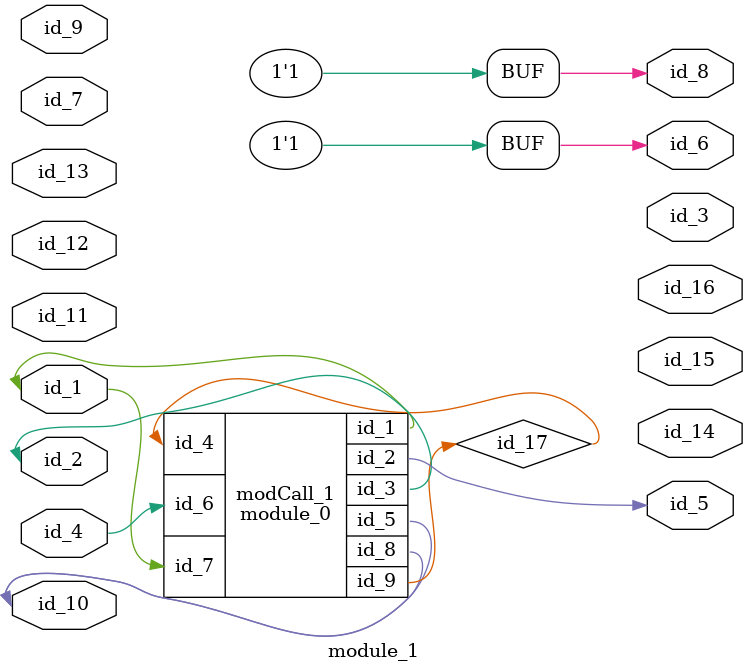
<source format=v>
module module_0 (
    id_1,
    id_2,
    id_3,
    id_4,
    id_5,
    id_6,
    id_7,
    id_8,
    id_9
);
  output wire id_9;
  output wire id_8;
  input wire id_7;
  input wire id_6;
  inout wire id_5;
  input wire id_4;
  inout wire id_3;
  output wire id_2;
  inout wire id_1;
  parameter id_10 = 1'b0;
endmodule
module module_1 (
    id_1,
    id_2,
    id_3,
    id_4,
    id_5,
    id_6,
    id_7,
    id_8,
    id_9,
    id_10,
    id_11,
    id_12,
    id_13,
    id_14,
    id_15,
    id_16
);
  output wire id_16;
  output wire id_15;
  output wire id_14;
  input wire id_13;
  input wire id_12;
  input wire id_11;
  inout wire id_10;
  inout wire id_9;
  output wire id_8;
  inout wire id_7;
  output wire id_6;
  output wire id_5;
  input wire id_4;
  output wire id_3;
  inout wire id_2;
  inout wire id_1;
  wire id_17;
  module_0 modCall_1 (
      id_1,
      id_5,
      id_2,
      id_17,
      id_10,
      id_4,
      id_1,
      id_10,
      id_17
  );
  wire id_18, id_19;
  assign id_8 = 1;
  initial id_6 = -1 - -1'b0;
endmodule

</source>
